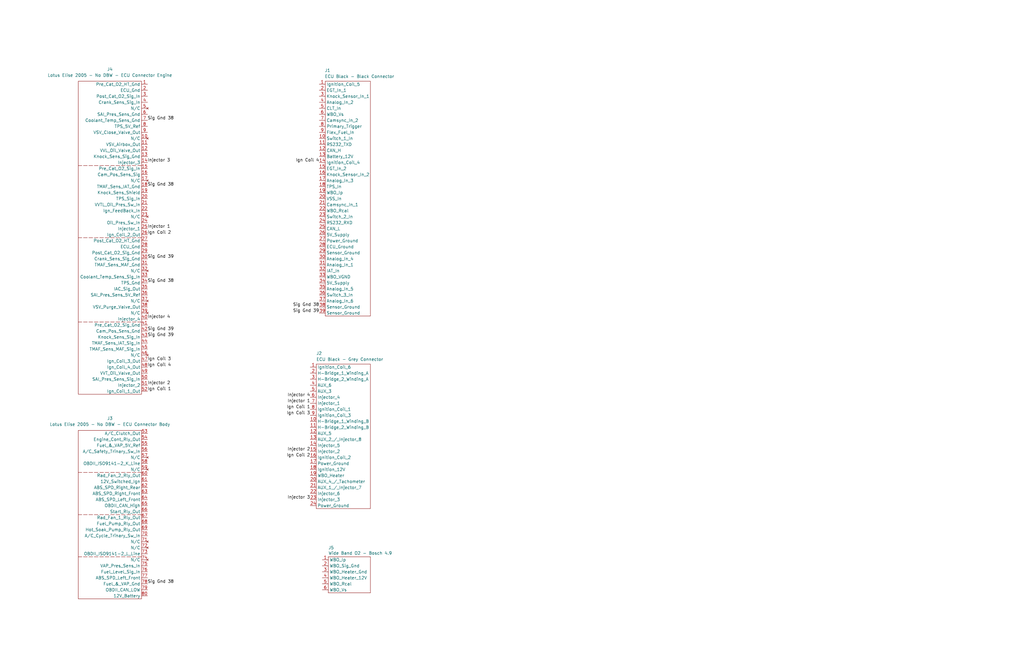
<source format=kicad_sch>
(kicad_sch (version 20250114) (generator "eeschema") (generator_version "9.0")
  (paper "USLedger")
  (title_block (title "Lotus Elise 2005 Stock Harness to EMU Black") (date "2025-03-25") (rev "v1") (company "DadBodCarMod") (comment 1 "This is based on an early Monkey Wrench Racing pinout.") (comment 2 "2005 Lotus Elise - 2ZZ-GE - No DBW"))
  (lib_symbols
    (symbol "ecu_masters:ECU Black - Black Connector"
      (property "Reference" "J?" (at 0 3.81 0))
      (property "Value" "ECU Black - Black Connector" (at 0 1.27 0))
      (symbol "ECU Black - Black Connector_0_1"
        (rectangle (start 0 0) (end 19.05 -99.06))
      )
      (symbol "ECU Black - Black Connector_1_1"
        (pin output line (at -2.54 -1.27 0) (length 2.54) (name "Ignition_Coil_5") (number "1"))
        (pin input line (at -2.54 -3.81 0) (length 2.54) (name "EGT_In_1") (number "2"))
        (pin input line (at -2.54 -6.35 0) (length 2.54) (name "Knock_Sensor_In_1") (number "3"))
        (pin input line (at -2.54 -8.89 0) (length 2.54) (name "Analog_In_2") (number "4"))
        (pin input line (at -2.54 -11.43 0) (length 2.54) (name "CLT_In") (number "5"))
        (pin power_out line (at -2.54 -13.97 0) (length 2.54) (name "WBO_Vs") (number "6"))
        (pin input line (at -2.54 -16.51 0) (length 2.54) (name "Camsync_In_2") (number "7"))
        (pin input line (at -2.54 -19.05 0) (length 2.54) (name "Primary_Trigger") (number "8"))
        (pin input line (at -2.54 -21.59 0) (length 2.54) (name "Flex_Fuel_In") (number "9"))
        (pin input line (at -2.54 -24.13 0) (length 2.54) (name "Switch_1_In") (number "10"))
        (pin bidirectional line (at -2.54 -26.67 0) (length 2.54) (name "RS232_TXD") (number "11"))
        (pin bidirectional line (at -2.54 -29.21 0) (length 2.54) (name "CAN_H") (number "12"))
        (pin power_in line (at -2.54 -31.75 0) (length 2.54) (name "Battery_12V") (number "13"))
        (pin output line (at -2.54 -34.29 0) (length 2.54) (name "Ignition_Coil_4") (number "14"))
        (pin input line (at -2.54 -36.83 0) (length 2.54) (name "EGT_In_2") (number "15"))
        (pin input line (at -2.54 -39.37 0) (length 2.54) (name "Knock_Sensor_In_2") (number "16"))
        (pin input line (at -2.54 -41.91 0) (length 2.54) (name "Analog_In_3") (number "17"))
        (pin input line (at -2.54 -44.45 0) (length 2.54) (name "TPS_In") (number "18"))
        (pin input line (at -2.54 -46.99 0) (length 2.54) (name "WBO_Ip") (number "19"))
        (pin input line (at -2.54 -49.53 0) (length 2.54) (name "VSS_In") (number "20"))
        (pin input line (at -2.54 -52.07 0) (length 2.54) (name "Camsync_In_1") (number "21"))
        (pin input line (at -2.54 -54.61 0) (length 2.54) (name "WBO_Rcal") (number "22"))
        (pin input line (at -2.54 -57.15 0) (length 2.54) (name "Switch_2_In") (number "23"))
        (pin bidirectional line (at -2.54 -59.69 0) (length 2.54) (name "RS232_RXD") (number "24"))
        (pin bidirectional line (at -2.54 -62.23 0) (length 2.54) (name "CAN_L") (number "25"))
        (pin power_out line (at -2.54 -64.77 0) (length 2.54) (name "5V_Supply") (number "26"))
        (pin power_in line (at -2.54 -67.31 0) (length 2.54) (name "Power_Ground") (number "27"))
        (pin power_in line (at -2.54 -69.85 0) (length 2.54) (name "ECU_Ground") (number "28"))
        (pin power_out line (at -2.54 -72.39 0) (length 2.54) (name "Sensor_Ground") (number "29"))
        (pin input line (at -2.54 -74.93 0) (length 2.54) (name "Analog_In_4") (number "30"))
        (pin input line (at -2.54 -77.47 0) (length 2.54) (name "Analog_In_1") (number "31"))
        (pin input line (at -2.54 -80.01 0) (length 2.54) (name "IAT_In") (number "32"))
        (pin power_out line (at -2.54 -82.55 0) (length 2.54) (name "WBO_VGND") (number "33"))
        (pin power_out line (at -2.54 -85.09 0) (length 2.54) (name "5V_Supply") (number "34"))
        (pin input line (at -2.54 -87.63 0) (length 2.54) (name "Analog_In_5") (number "35"))
        (pin input line (at -2.54 -90.17 0) (length 2.54) (name "Switch_3_In") (number "36"))
        (pin input line (at -2.54 -92.71 0) (length 2.54) (name "Analog_In_6") (number "37"))
        (pin power_out line (at -2.54 -95.25 0) (length 2.54) (name "Sensor_Ground") (number "38"))
        (pin power_out line (at -2.54 -97.79 0) (length 2.54) (name "Sensor_Ground") (number "39"))
      )
    )
    (symbol "ecu_masters:ECU Black - Grey Connector"
      (property "Reference" "J?" (at 0 3.81 0))
      (property "Value" "ECU Black - Grey Connector" (at 0 1.27 0))
      (symbol "ECU Black - Grey Connector_0_1"
        (rectangle (start 0 0) (end 22.86 -60.96))
      )
      (symbol "ECU Black - Grey Connector_1_1"
        (pin output line (at -2.54 -1.27 0) (length 2.54) (name "Ignition_Coil_6") (number "1"))
        (pin output line (at -2.54 -3.81 0) (length 2.54) (name "H-Bridge_1_Winding_A") (number "2"))
        (pin output line (at -2.54 -6.35 0) (length 2.54) (name "H-Bridge_2_Winding_A") (number "3"))
        (pin output line (at -2.54 -8.89 0) (length 2.54) (name "AUX_6") (number "4"))
        (pin output line (at -2.54 -11.43 0) (length 2.54) (name "AUX_3") (number "5"))
        (pin output line (at -2.54 -13.97 0) (length 2.54) (name "Injector_4") (number "6"))
        (pin output line (at -2.54 -16.51 0) (length 2.54) (name "Injector_1") (number "7"))
        (pin output line (at -2.54 -19.05 0) (length 2.54) (name "Ignition_Coil_1") (number "8"))
        (pin output line (at -2.54 -21.59 0) (length 2.54) (name "Ignition_Coil_3") (number "9"))
        (pin output line (at -2.54 -24.13 0) (length 2.54) (name "H-Bridge_1_Winding_B") (number "10"))
        (pin output line (at -2.54 -26.67 0) (length 2.54) (name "H-Bridge_2_Winding_B") (number "11"))
        (pin output line (at -2.54 -29.21 0) (length 2.54) (name "AUX_5") (number "12"))
        (pin output line (at -2.54 -31.75 0) (length 2.54) (name "AUX_2_/_Injector_8") (number "13"))
        (pin output line (at -2.54 -34.29 0) (length 2.54) (name "Injector_5") (number "14"))
        (pin output line (at -2.54 -36.83 0) (length 2.54) (name "Injector_2") (number "15"))
        (pin output line (at -2.54 -39.37 0) (length 2.54) (name "Ignition_Coil_2") (number "16"))
        (pin power_in line (at -2.54 -41.91 0) (length 2.54) (name "Power_Ground") (number "17"))
        (pin power_in line (at -2.54 -44.45 0) (length 2.54) (name "Ignition_12V") (number "18"))
        (pin power_out line (at -2.54 -46.99 0) (length 2.54) (name "WBO_Heater") (number "19"))
        (pin output line (at -2.54 -49.53 0) (length 2.54) (name "AUX_4_/_Tachometer") (number "20"))
        (pin output line (at -2.54 -52.07 0) (length 2.54) (name "AUX_1_/_Injector_7") (number "21"))
        (pin output line (at -2.54 -54.61 0) (length 2.54) (name "Injector_6") (number "22"))
        (pin output line (at -2.54 -57.15 0) (length 2.54) (name "Injector_3") (number "23"))
        (pin power_in line (at -2.54 -59.69 0) (length 2.54) (name "Power_Ground") (number "24"))
      )
    )
    (symbol "ecu_masters:Lotus Elise 2025 - No DBW - ECU Connector Body"
      (property "Reference" "J?" (at 0 3.81 0))
      (property "Value" "Lotus Elise 2005 - No DBW - ECU Connector Body" (at 0 1.27 0))
      (symbol "Lotus Elise 2025 - No DBW - ECU Connector Body_0_1"
        (rectangle (start 0 0) (end 26.67 -71.12))
      )
      (symbol "Lotus Elise 2025 - No DBW - ECU Connector Body_1_1"
        (polyline (pts (xy 0 -17.78) (xy 26.67 -17.78)) (stroke (width 0) (type dash)))
        (polyline (pts (xy 0 -35.56) (xy 26.67 -35.56)) (stroke (width 0) (type dash)))
        (polyline (pts (xy 0 -53.34) (xy 26.67 -53.34)) (stroke (width 0) (type dash)))
        (pin output line (at -2.54 -1.27 0) (length 2.54) (name "A/C_Clutch_Out") (number "53"))
        (pin output line (at -2.54 -3.81 0) (length 2.54) (name "Engine_Cont_Rly_Out") (number "54"))
        (pin power_out line (at -2.54 -6.35 0) (length 2.54) (name "Fuel_&_VAP_5V_Ref") (number "55"))
        (pin input line (at -2.54 -8.89 0) (length 2.54) (name "A/C_Safety_Trinary_Sw_In") (number "56"))
        (pin no_connect line (at -2.54 -11.43 0) (length 2.54) (name "N/C") (number "57"))
        (pin bidirectional line (at -2.54 -13.97 0) (length 2.54) (name "OBDII_ISO9141-2_K_Line") (number "58"))
        (pin no_connect line (at -2.54 -16.51 0) (length 2.54) (name "N/C") (number "59"))
        (pin output line (at -2.54 -19.05 0) (length 2.54) (name "Rad_Fan_2_Rly_Out") (number "60"))
        (pin power_in line (at -2.54 -21.59 0) (length 2.54) (name "12V_Switched_Ign") (number "61"))
        (pin input line (at -2.54 -24.13 0) (length 2.54) (name "ABS_SPD_Right_Rear") (number "62"))
        (pin input line (at -2.54 -26.67 0) (length 2.54) (name "ABS_SPD_Right_Front") (number "63"))
        (pin input line (at -2.54 -29.21 0) (length 2.54) (name "ABS_SPD_Left_Front") (number "64"))
        (pin bidirectional line (at -2.54 -31.75 0) (length 2.54) (name "OBDII_CAN_High") (number "65"))
        (pin output line (at -2.54 -34.29 0) (length 2.54) (name "Start_Rly_Out") (number "66"))
        (pin output line (at -2.54 -36.83 0) (length 2.54) (name "Rad_Fan_1_Rly_Out") (number "67"))
        (pin output line (at -2.54 -39.37 0) (length 2.54) (name "Fuel_Pump_Rly_Out") (number "68"))
        (pin output line (at -2.54 -41.91 0) (length 2.54) (name "Hot_Soak_Pump_Rly_Out") (number "69"))
        (pin input line (at -2.54 -44.45 0) (length 2.54) (name "A/C_Cycle_Trinary_Sw_In") (number "70"))
        (pin no_connect line (at -2.54 -46.99 0) (length 2.54) (name "N/C") (number "71"))
        (pin no_connect line (at -2.54 -49.53 0) (length 2.54) (name "N/C") (number "72"))
        (pin bidirectional line (at -2.54 -52.07 0) (length 2.54) (name "OBDII_ISO9141-2_L_Line") (number "73"))
        (pin no_connect line (at -2.54 -54.61 0) (length 2.54) (name "N/C") (number "74"))
        (pin input line (at -2.54 -57.15 0) (length 2.54) (name "VAP_Pres_Sens_In") (number "75"))
        (pin input line (at -2.54 -59.69 0) (length 2.54) (name "Fuel_Level_Sig_In") (number "76"))
        (pin input line (at -2.54 -62.23 0) (length 2.54) (name "ABS_SPD_Left_Front") (number "77"))
        (pin power_out line (at -2.54 -64.77 0) (length 2.54) (name "Fuel_&_VAP_Gnd") (number "78"))
        (pin bidirectional line (at -2.54 -67.31 0) (length 2.54) (name "OBDII_CAN_LOW") (number "79"))
        (pin power_in line (at -2.54 -69.85 0) (length 2.54) (name "12V_Battery") (number "80"))
      )
    )
    (symbol "ecu_masters:Lotus Elise 2025 - No DBW - ECU Connector Engine"
      (property "Reference" "J?" (at 0 3.81 0))
      (property "Value" "Lotus Elise 2005 - No DBW - ECU Connector Engine" (at 0 1.27 0))
      (symbol "Lotus Elise 2025 - No DBW - ECU Connector Engine_0_1"
        (rectangle (start 0 0) (end 26.67 -132.08))
      )
      (symbol "Lotus Elise 2025 - No DBW - ECU Connector Engine_1_1"
        (polyline (pts (xy 0 -35.56) (xy 26.67 -35.56)) (stroke (width 0) (type dash)))
        (polyline (pts (xy 0 -66.04) (xy 26.67 -66.04)) (stroke (width 0) (type dash)))
        (polyline (pts (xy 0 -101.6) (xy 26.67 -101.6)) (stroke (width 0) (type dash)))
        (pin power_out line (at -2.54 -1.27 0) (length 2.54) (name "Pre_Cat_O2_HT_Gnd") (number "1"))
        (pin power_in line (at -2.54 -3.81 0) (length 2.54) (name "ECU_Gnd") (number "2"))
        (pin input line (at -2.54 -6.35 0) (length 2.54) (name "Post_Cat_O2_Sig_In") (number "3"))
        (pin input line (at -2.54 -8.89 0) (length 2.54) (name "Crank_Sens_Sig_In") (number "4"))
        (pin no_connect line (at -2.54 -11.43 0) (length 2.54) (name "N/C") (number "5"))
        (pin power_out line (at -2.54 -13.97 0) (length 2.54) (name "SAI_Pres_Sens_Gnd") (number "6"))
        (pin power_out line (at -2.54 -16.51 0) (length 2.54) (name "Coolant_Temp_Sens_Gnd") (number "7"))
        (pin power_out line (at -2.54 -19.05 0) (length 2.54) (name "TPS_5V_Ref") (number "8"))
        (pin output line (at -2.54 -21.59 0) (length 2.54) (name "VSV_Close_Valve_Out") (number "9"))
        (pin no_connect line (at -2.54 -24.13 0) (length 2.54) (name "N/C") (number "10"))
        (pin output line (at -2.54 -26.67 0) (length 2.54) (name "VSV_Airbox_Out") (number "11"))
        (pin output line (at -2.54 -29.21 0) (length 2.54) (name "VVL_Oil_Valve_Out") (number "12"))
        (pin power_out line (at -2.54 -31.75 0) (length 2.54) (name "Knock_Sens_Sig_Gnd") (number "13"))
        (pin output line (at -2.54 -34.29 0) (length 2.54) (name "Injector_3") (number "14"))
        (pin input line (at -2.54 -36.83 0) (length 2.54) (name "Pre_Cat_O2_Sig_In") (number "15"))
        (pin input line (at -2.54 -39.37 0) (length 2.54) (name "Cam_Pos_Sens_Sig") (number "16"))
        (pin no_connect line (at -2.54 -41.91 0) (length 2.54) (name "N/C") (number "17"))
        (pin power_out line (at -2.54 -44.45 0) (length 2.54) (name "TMAF_Sens_IAT_Gnd") (number "18"))
        (pin power_out line (at -2.54 -46.99 0) (length 2.54) (name "Knock_Sens_Shield") (number "19"))
        (pin input line (at -2.54 -49.53 0) (length 2.54) (name "TPS_Sig_In") (number "20"))
        (pin input line (at -2.54 -52.07 0) (length 2.54) (name "VVTL_Oil_Pres_Sw_In") (number "21"))
        (pin input line (at -2.54 -54.61 0) (length 2.54) (name "Ign_FeedBack_In") (number "22"))
        (pin no_connect line (at -2.54 -57.15 0) (length 2.54) (name "N/C") (number "23"))
        (pin input line (at -2.54 -59.69 0) (length 2.54) (name "Oil_Pres_Sw_In") (number "24"))
        (pin output line (at -2.54 -62.23 0) (length 2.54) (name "Injector_1") (number "25"))
        (pin output line (at -2.54 -64.77 0) (length 2.54) (name "Ign_Coil_2_Out") (number "26"))
        (pin power_out line (at -2.54 -67.31 0) (length 2.54) (name "Post_Cat_O2_HT_Gnd") (number "27"))
        (pin power_in line (at -2.54 -69.85 0) (length 2.54) (name "ECU_Gnd") (number "28"))
        (pin power_out line (at -2.54 -72.39 0) (length 2.54) (name "Post_Cat_O2_Sig_Gnd") (number "29"))
        (pin power_out line (at -2.54 -74.93 0) (length 2.54) (name "Crank_Sens_Sig_Gnd") (number "30"))
        (pin power_out line (at -2.54 -77.47 0) (length 2.54) (name "TMAF_Sens_MAF_Gnd") (number "31"))
        (pin no_connect line (at -2.54 -80.01 0) (length 2.54) (name "N/C") (number "32"))
        (pin input line (at -2.54 -82.55 0) (length 2.54) (name "Coolant_Temp_Sens_Sig_In") (number "33"))
        (pin power_out line (at -2.54 -85.09 0) (length 2.54) (name "TPS_Gnd") (number "34"))
        (pin output line (at -2.54 -87.63 0) (length 2.54) (name "IAC_Sig_Out") (number "35"))
        (pin power_out line (at -2.54 -90.17 0) (length 2.54) (name "SAI_Pres_Sens_5V_Ref") (number "36"))
        (pin no_connect line (at -2.54 -92.71 0) (length 2.54) (name "N/C") (number "37"))
        (pin output line (at -2.54 -95.25 0) (length 2.54) (name "VSV_Purge_Valve_Out") (number "38"))
        (pin no_connect line (at -2.54 -97.79 0) (length 2.54) (name "N/C") (number "39"))
        (pin output line (at -2.54 -100.33 0) (length 2.54) (name "Injector_4") (number "40"))
        (pin power_out line (at -2.54 -102.87 0) (length 2.54) (name "Pre_Cat_O2_Sig_Gnd") (number "41"))
        (pin power_out line (at -2.54 -105.41 0) (length 2.54) (name "Cam_Pos_Sens_Gnd") (number "42"))
        (pin input line (at -2.54 -107.95 0) (length 2.54) (name "Knock_Sens_Sig_In") (number "43"))
        (pin input line (at -2.54 -110.49 0) (length 2.54) (name "TMAF_Sens_IAT_Sig_In") (number "44"))
        (pin input line (at -2.54 -113.03 0) (length 2.54) (name "TMAF_Sens_MAF_Sig_In") (number "45"))
        (pin no_connect line (at -2.54 -115.57 0) (length 2.54) (name "N/C") (number "46"))
        (pin output line (at -2.54 -118.11 0) (length 2.54) (name "Ign_Coil_3_Out") (number "47"))
        (pin output line (at -2.54 -120.65 0) (length 2.54) (name "Ign_Coil_4_Out") (number "48"))
        (pin output line (at -2.54 -123.19 0) (length 2.54) (name "VVT_Oil_Valve_Out") (number "49"))
        (pin input line (at -2.54 -125.73 0) (length 2.54) (name "SAI_Pres_Sens_Sig_In") (number "50"))
        (pin output line (at -2.54 -128.27 0) (length 2.54) (name "Injector_2") (number "51"))
        (pin output line (at -2.54 -130.81 0) (length 2.54) (name "Ign_Coil_1_Out") (number "52"))
      )
    )
    (symbol "ecu_masters:WBO Bosch 4.9"
      (property "Reference" "J?" (at 0 3.81 0))
      (property "Value" "Wide Band O2 - Bosch 4.9" (at 0 1.27 0))
      (symbol "WBO Bosch 4.9_0_1"
        (rectangle (start 0 0) (end 17.78 -15.24))
      )
      (symbol "WBO Bosch 4.9_1_1"
        (pin output line (at -2.54 -1.27 0) (length 2.54) (name "WBO_Ip") (number "1"))
        (pin power_in line (at -2.54 -3.81 0) (length 2.54) (name "WBO_Sig_Gnd") (number "2"))
        (pin power_in line (at -2.54 -6.35 0) (length 2.54) (name "WBO_Heater_Gnd") (number "3"))
        (pin power_in line (at -2.54 -8.89 0) (length 2.54) (name "WBO_Heater_12V") (number "4"))
        (pin output line (at -2.54 -11.43 0) (length 2.54) (name "WBO_Rcal") (number "5"))
        (pin output line (at -2.54 -13.97 0) (length 2.54) (name "WBO_Vs") (number "6"))
      )
    )
  )
  (label "Injector 4" (at 130.81 167.64 180))
  (label "Injector 1" (at 62.23 96.52 0))
  (label "Ign Coil 4" (at 134.62 68.58 180))
  (label "Injector 3" (at 130.81 210.82 180))
  (label "Sig Gnd 38" (at 134.62 129.54 180))
  (label "Ign Coil 2" (at 130.81 193.04 180))
  (label "Injector 1" (at 130.81 170.18 180))
  (label "Sig Gnd 38" (at 62.23 119.38 0))
  (label "Sig Gnd 38" (at 62.23 78.74 0))
  (label "Ign Coil 3" (at 62.23 152.4 0))
  (label "Injector 2" (at 62.23 162.56 0))
  (label "Sig Gnd 39" (at 62.23 142.24 0))
  (label "Sig Gnd 39" (at 134.62 132.08 180))
  (label "Ign Coil 1" (at 130.81 172.72 180))
  (label "Sig Gnd 39" (at 62.23 139.7 0))
  (label "Ign Coil 3" (at 130.81 175.26 180))
  (label "Injector 4" (at 62.23 134.62 0))
  (label "Ign Coil 4" (at 62.23 154.94 0))
  (label "Injector 2" (at 130.81 190.5 180))
  (label "Sig Gnd 38" (at 62.23 246.38 0))
  (label "Sig Gnd 39" (at 62.23 109.22 0))
  (label "Ign Coil 2" (at 62.23 99.06 0))
  (label "Sig Gnd 38" (at 62.23 50.8 0))
  (label "Injector 3" (at 62.23 68.58 0))
  (label "Ign Coil 1" (at 62.23 165.1 0))
  (symbol (lib_id "ecu_masters:Lotus Elise 2025 - No DBW - ECU Connector Engine") (at 59.69 34.29 0) (mirror y) (unit 1)
    (property "Reference" "J4" (at 46.355 29.21 0))
    (property "Value" "Lotus Elise 2005 - No DBW - ECU Connector Engine" (at 46.355 31.75 0))
  )
  (symbol (lib_id "ecu_masters:WBO Bosch 4.9") (at 138.43 234.95 0) (unit 1)
    (property "Reference" "J5" (at 138.43 231.14 0) (effects (justify left)))
    (property "Value" "Wide Band O2 - Bosch 4.9" (at 138.43 233.426 0) (effects (justify left)))
  )
  (symbol (lib_id "ecu_masters:ECU Black - Black Connector") (at 137.16 34.29 0) (unit 1)
    (property "Reference" "J1" (at 136.906 29.718 0) (effects (justify left)))
    (property "Value" "ECU Black - Black Connector" (at 136.906 32.258 0) (effects (justify left)))
  )
  (symbol (lib_id "ecu_masters:Lotus Elise 2025 - No DBW - ECU Connector Body") (at 59.69 181.61 0) (mirror y) (unit 1)
    (property "Reference" "J3" (at 46.355 176.53 0))
    (property "Value" "Lotus Elise 2005 - No DBW - ECU Connector Body" (at 46.355 179.07 0))
  )
  (symbol (lib_id "ecu_masters:ECU Black - Grey Connector") (at 133.35 153.67 0) (unit 1)
    (property "Reference" "J2" (at 133.35 149.098 0) (effects (justify left)))
    (property "Value" "ECU Black - Grey Connector" (at 133.35 151.638 0) (effects (justify left)))
  )
)
</source>
